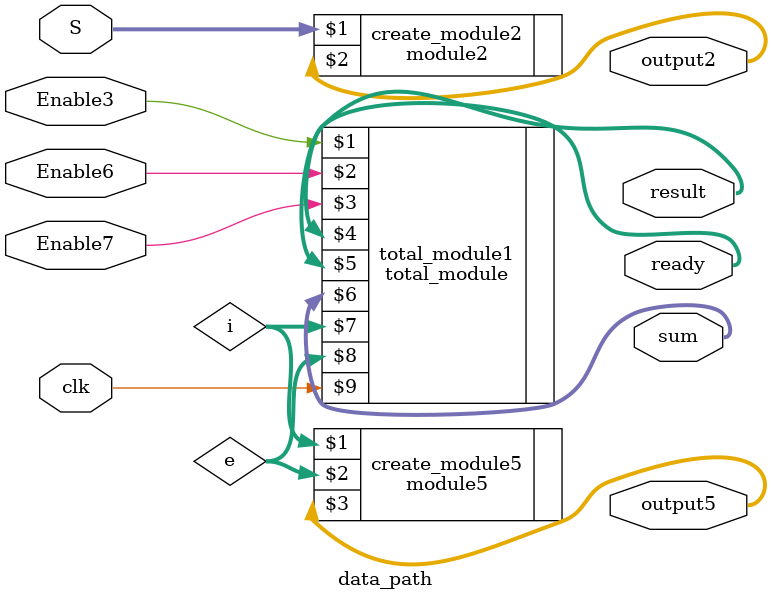
<source format=v>
module data_path(ready, S, result, sum, output2, Enable3, output5, Enable6, Enable7, clk);
input Enable3, Enable6, Enable7;
output [31:0] output2, output5;
input clk;
input [31:0] S;
output [31:0] ready;
output [31:0] result;
output [31:0] sum;
wire [31:0] i;
wire [31:0] e;
module2 create_module2(S, output2);
module5 create_module5(i, e, output5);
total_module total_module1(Enable3, Enable6, Enable7, result, ready, sum, i, e, clk);
endmodule
</source>
